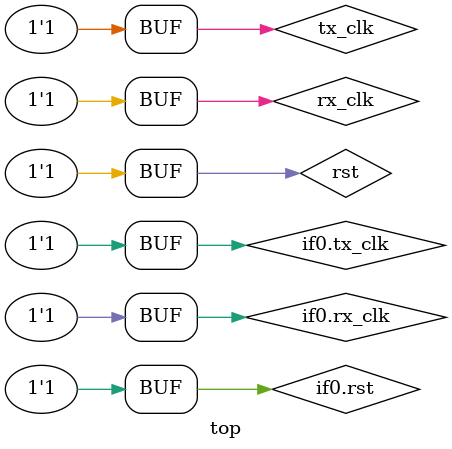
<source format=sv>
/*********************************************************************
 * SYNOPSYS CONFIDENTIAL                                             *
 *                                                                   *
 * This is an unpublished, proprietary work of Synopsys, Inc., and   *
 * is fully protected under copyright and trade secret laws. You may *
 * not view, use, disclose, copy, or distribute this file or any     *
 * information contained herein except pursuant to a valid written   *
 * license from Synopsys.                                            *
 *********************************************************************/

// 
// -------------------------------------------------------------
//    Copyright 2004-2008 Synopsys, Inc.
//    All Rights Reserved Worldwide
// 
//    Licensed under the Apache License, Version 2.0 (the
//    "License"); you may not use this file except in
//    compliance with the License.  You may obtain a copy of
//    the License at
// 
//        http://www.apache.org/licenses/LICENSE-2.0
// 
//    Unless required by applicable law or agreed to in
//    writing, software distributed under the License is
//    distributed on an "AS IS" BASIS, WITHOUT WARRANTIES OR
//    CONDITIONS OF ANY KIND, either express or implied.  See
//    the License for the specific language governing
//    permissions and limitations under the License.
// -------------------------------------------------------------
// 


`timescale 1ns/1ns

`include "mii_if.sv"

module top;

`ifdef VCD
initial $vcdpluson;
`endif

mii_if if0();

reg tx_clk=0, rx_clk=0;
reg rst = 1'b0;
initial #101 rst = 1'b1;
assign if0.rst = rst;
assign if0.tx_clk = tx_clk;
`ifndef ASCII_WAVES
assign if0.rx_clk = rx_clk;
`else
assign if0.rx_clk = tx_clk;
`endif
always begin  // 10Mb/s
   #25;
   tx_clk = 1'b0;
   #25;
   rx_clk = 1'b0;
   #25;
   tx_clk = 1'b1;
   #25;
   rx_clk = 1'b1;
end

`ifdef ASCII_WAVES
always @(posedge tx_clk)
  begin
      $write("%t: %b %h %b %h %b %b\n",
             $time(), if0.tx_en, if0.txd, if0.rx_dv, if0.rxd, if0.crs, if0.col);
  end
`endif

endmodule

</source>
